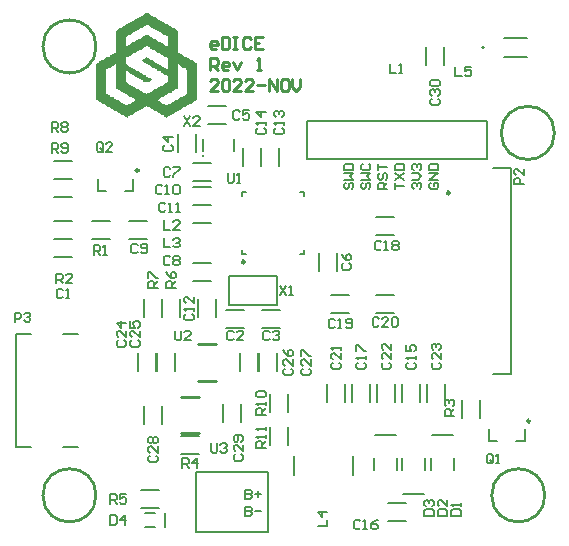
<source format=gto>
G04*
G04 #@! TF.GenerationSoftware,Altium Limited,Altium Designer,22.6.1 (34)*
G04*
G04 Layer_Color=65535*
%FSLAX25Y25*%
%MOIN*%
G70*
G04*
G04 #@! TF.SameCoordinates,3CCE4902-C80F-44A4-85C5-196FD7956E2B*
G04*
G04*
G04 #@! TF.FilePolarity,Positive*
G04*
G01*
G75*
%ADD10C,0.00984*%
%ADD11C,0.01000*%
%ADD12C,0.00787*%
%ADD13C,0.00800*%
%ADD14C,0.00500*%
%ADD15C,0.00591*%
%ADD16C,0.00502*%
%ADD17C,0.00394*%
G36*
X-48869Y85820D02*
X-48347D01*
Y85559D01*
X-47825D01*
Y85297D01*
X-47563D01*
Y85036D01*
X-47041D01*
Y84775D01*
X-46519D01*
Y84514D01*
X-45996D01*
Y84253D01*
X-45735D01*
Y83991D01*
X-45213D01*
Y83730D01*
X-44690D01*
Y83469D01*
X-44168D01*
Y83208D01*
X-43907D01*
Y82947D01*
X-43385D01*
Y82686D01*
X-42862D01*
Y82424D01*
X-42601D01*
Y82163D01*
X-42079D01*
Y81902D01*
X-41556D01*
Y81641D01*
X-41034D01*
Y81380D01*
X-40773D01*
Y81118D01*
X-40250D01*
Y80857D01*
X-39728D01*
Y80596D01*
X-39206D01*
Y80335D01*
X-38944D01*
Y80074D01*
X-38683D01*
Y72760D01*
X-38161D01*
Y72499D01*
X-37900D01*
Y72238D01*
X-37377D01*
Y71977D01*
X-36855D01*
Y71716D01*
X-36594D01*
Y71455D01*
X-36071D01*
Y71193D01*
X-35549D01*
Y70932D01*
X-35027D01*
Y70671D01*
X-34765D01*
Y70410D01*
X-34243D01*
Y70149D01*
X-33721D01*
Y69888D01*
X-33198D01*
Y69626D01*
X-32937D01*
Y69365D01*
X-32415D01*
Y69104D01*
X-32154D01*
Y56828D01*
X-32676D01*
Y56567D01*
X-33198D01*
Y56306D01*
X-33721D01*
Y56045D01*
X-33982D01*
Y55784D01*
X-34504D01*
Y55522D01*
X-35027D01*
Y55261D01*
X-35549D01*
Y55000D01*
X-35810D01*
Y54739D01*
X-36332D01*
Y54478D01*
X-36855D01*
Y54216D01*
X-37116D01*
Y53955D01*
X-37639D01*
Y53694D01*
X-38161D01*
Y53433D01*
X-38683D01*
Y53172D01*
X-38944D01*
Y52911D01*
X-39467D01*
Y52649D01*
X-39989D01*
Y52388D01*
X-40512D01*
Y52127D01*
X-40773D01*
Y51866D01*
X-41295D01*
Y51605D01*
X-41817D01*
Y51343D01*
X-42340D01*
Y51082D01*
X-42601D01*
Y51343D01*
X-43123D01*
Y51605D01*
X-43385D01*
Y51866D01*
X-43907D01*
Y52127D01*
X-44429D01*
Y52388D01*
X-44690D01*
Y52649D01*
X-45213D01*
Y52911D01*
X-45735D01*
Y53172D01*
X-46258D01*
Y53433D01*
X-46519D01*
Y53694D01*
X-47041D01*
Y53955D01*
X-47563D01*
Y54216D01*
X-48086D01*
Y54478D01*
X-48347D01*
Y54739D01*
X-48869D01*
Y55000D01*
X-49131D01*
Y54739D01*
X-49653D01*
Y54478D01*
X-49914D01*
Y54216D01*
X-50437D01*
Y53955D01*
X-50959D01*
Y53694D01*
X-51481D01*
Y53433D01*
X-51742D01*
Y53172D01*
X-52265D01*
Y52911D01*
X-52787D01*
Y52649D01*
X-53310D01*
Y52388D01*
X-53571D01*
Y52127D01*
X-54093D01*
Y51866D01*
X-54615D01*
Y51605D01*
X-55138D01*
Y51343D01*
X-55399D01*
Y51082D01*
X-55660D01*
Y51343D01*
X-56183D01*
Y51605D01*
X-56705D01*
Y51866D01*
X-57227D01*
Y52127D01*
X-57489D01*
Y52388D01*
X-58011D01*
Y52649D01*
X-58533D01*
Y52911D01*
X-59056D01*
Y53172D01*
X-59317D01*
Y53433D01*
X-59839D01*
Y53694D01*
X-60361D01*
Y53955D01*
X-60884D01*
Y54216D01*
X-61145D01*
Y54478D01*
X-61667D01*
Y54739D01*
X-62190D01*
Y55000D01*
X-62451D01*
Y55261D01*
X-62973D01*
Y55522D01*
X-63496D01*
Y55784D01*
X-64018D01*
Y56045D01*
X-64279D01*
Y56306D01*
X-64802D01*
Y56567D01*
X-65324D01*
Y56828D01*
X-65846D01*
Y69104D01*
X-65585D01*
Y69365D01*
X-65063D01*
Y69626D01*
X-64802D01*
Y69888D01*
X-64279D01*
Y70149D01*
X-63757D01*
Y70410D01*
X-63235D01*
Y70671D01*
X-62973D01*
Y70932D01*
X-62451D01*
Y71193D01*
X-61929D01*
Y71455D01*
X-61406D01*
Y71716D01*
X-61145D01*
Y71977D01*
X-60623D01*
Y72238D01*
X-60100D01*
Y72499D01*
X-59839D01*
Y72760D01*
X-59317D01*
Y80074D01*
X-59056D01*
Y80335D01*
X-58533D01*
Y80596D01*
X-58272D01*
Y80857D01*
X-57750D01*
Y81118D01*
X-57227D01*
Y81380D01*
X-56966D01*
Y81641D01*
X-56444D01*
Y81902D01*
X-55921D01*
Y82163D01*
X-55399D01*
Y82424D01*
X-55138D01*
Y82686D01*
X-54615D01*
Y82947D01*
X-54093D01*
Y83208D01*
X-53571D01*
Y83469D01*
X-53310D01*
Y83730D01*
X-52787D01*
Y83991D01*
X-52265D01*
Y84253D01*
X-51742D01*
Y84514D01*
X-51481D01*
Y84775D01*
X-50959D01*
Y85036D01*
X-50437D01*
Y85297D01*
X-49914D01*
Y85559D01*
X-49653D01*
Y85820D01*
X-49131D01*
Y86081D01*
X-48869D01*
Y85820D01*
D02*
G37*
%LPC*%
G36*
X-48347Y81902D02*
X-49392D01*
Y81641D01*
X-49914D01*
Y81380D01*
X-50437D01*
Y81118D01*
X-50698D01*
Y80857D01*
X-51220D01*
Y80596D01*
X-51742D01*
Y80335D01*
X-52265D01*
Y80074D01*
X-52526D01*
Y79813D01*
X-53048D01*
Y79551D01*
X-53571D01*
Y79290D01*
X-54093D01*
Y79029D01*
X-54354D01*
Y78768D01*
X-54877D01*
Y78507D01*
X-55399D01*
Y78245D01*
X-55660D01*
Y77984D01*
X-55921D01*
Y77723D01*
Y77462D01*
Y77201D01*
Y76939D01*
Y76678D01*
Y76417D01*
Y76156D01*
Y75895D01*
Y75634D01*
Y75372D01*
Y75111D01*
Y74850D01*
X-55660D01*
Y75111D01*
X-55138D01*
Y75372D01*
X-54615D01*
Y75634D01*
X-54354D01*
Y75895D01*
X-53832D01*
Y76156D01*
X-53310D01*
Y76417D01*
X-52787D01*
Y76678D01*
X-52526D01*
Y76939D01*
X-52004D01*
Y77201D01*
X-51481D01*
Y77462D01*
X-50959D01*
Y77723D01*
X-50698D01*
Y77984D01*
X-50175D01*
Y78245D01*
X-49653D01*
Y78507D01*
X-49392D01*
Y78768D01*
X-48608D01*
Y78507D01*
X-48347D01*
Y78245D01*
X-47825D01*
Y77984D01*
X-47302D01*
Y77723D01*
X-46780D01*
Y77462D01*
X-46519D01*
Y77201D01*
X-45996D01*
Y76939D01*
X-45474D01*
Y76678D01*
X-45213D01*
Y76417D01*
X-44690D01*
Y76156D01*
X-44168D01*
Y75895D01*
X-43646D01*
Y75634D01*
X-43385D01*
Y75372D01*
X-42862D01*
Y75111D01*
X-42340D01*
Y74850D01*
X-42079D01*
Y75111D01*
Y75372D01*
Y75634D01*
Y75895D01*
Y76156D01*
Y76417D01*
Y76678D01*
Y76939D01*
Y77201D01*
Y77462D01*
Y77723D01*
Y77984D01*
Y78245D01*
X-42601D01*
Y78507D01*
X-43123D01*
Y78768D01*
X-43646D01*
Y79029D01*
X-43907D01*
Y79290D01*
X-44429D01*
Y79551D01*
X-44952D01*
Y79813D01*
X-45213D01*
Y80074D01*
X-45735D01*
Y80335D01*
X-46258D01*
Y80596D01*
X-46780D01*
Y80857D01*
X-47041D01*
Y81118D01*
X-47563D01*
Y81380D01*
X-48086D01*
Y81641D01*
X-48347D01*
Y81902D01*
D02*
G37*
G36*
X-48608Y74850D02*
X-49392D01*
Y74589D01*
X-49914D01*
Y74328D01*
X-50437D01*
Y74067D01*
X-50698D01*
Y73805D01*
X-51220D01*
Y73544D01*
X-51742D01*
Y73283D01*
X-52265D01*
Y73022D01*
X-52526D01*
Y72760D01*
X-53048D01*
Y72499D01*
X-53571D01*
Y72238D01*
X-54093D01*
Y71977D01*
X-54354D01*
Y71716D01*
X-54877D01*
Y71455D01*
X-55399D01*
Y71193D01*
X-55921D01*
Y70932D01*
Y70671D01*
Y70410D01*
Y70149D01*
Y69888D01*
Y69626D01*
Y69365D01*
Y69104D01*
Y68843D01*
X-55660D01*
Y68582D01*
X-55399D01*
Y68320D01*
X-54877D01*
Y68059D01*
X-54354D01*
Y67798D01*
X-54093D01*
Y67537D01*
X-53571D01*
Y67276D01*
X-53048D01*
Y67014D01*
X-52526D01*
Y66753D01*
X-52265D01*
Y66492D01*
X-51742D01*
Y66231D01*
X-51220D01*
Y65970D01*
X-50698D01*
Y65709D01*
X-50437D01*
Y65447D01*
X-49914D01*
Y65186D01*
X-49392D01*
Y64925D01*
X-49131D01*
Y64664D01*
X-48608D01*
Y64403D01*
X-48086D01*
Y64141D01*
X-47563D01*
Y63880D01*
X-47302D01*
Y63619D01*
X-47563D01*
Y63358D01*
X-48086D01*
Y63097D01*
X-48608D01*
Y62836D01*
X-49653D01*
Y63097D01*
X-50175D01*
Y63358D01*
X-50437D01*
Y63619D01*
X-50959D01*
Y63880D01*
X-51481D01*
Y64141D01*
X-51742D01*
Y64403D01*
X-52265D01*
Y64664D01*
X-52787D01*
Y64925D01*
X-53310D01*
Y65186D01*
X-53571D01*
Y65447D01*
X-54093D01*
Y65709D01*
X-54615D01*
Y65970D01*
X-54877D01*
Y66231D01*
X-55399D01*
Y66492D01*
X-55921D01*
Y66231D01*
Y65970D01*
Y65709D01*
Y65447D01*
Y65186D01*
Y64925D01*
Y64664D01*
Y64403D01*
Y64141D01*
Y63880D01*
Y63619D01*
Y63358D01*
Y63097D01*
Y62836D01*
X-55660D01*
Y62574D01*
X-55138D01*
Y62313D01*
X-54877D01*
Y62052D01*
X-54354D01*
Y61791D01*
X-53832D01*
Y61530D01*
X-53571D01*
Y61268D01*
X-53048D01*
Y61007D01*
X-52526D01*
Y60746D01*
X-52004D01*
Y60485D01*
X-51742D01*
Y60224D01*
X-51220D01*
Y59962D01*
X-50698D01*
Y59701D01*
X-50437D01*
Y59440D01*
X-49914D01*
Y59179D01*
X-49392D01*
Y58918D01*
X-48869D01*
Y59179D01*
X-48347D01*
Y59440D01*
X-47825D01*
Y59701D01*
X-47302D01*
Y59962D01*
X-47041D01*
Y60224D01*
X-46519D01*
Y60485D01*
X-45996D01*
Y60746D01*
X-45474D01*
Y61007D01*
X-45213D01*
Y61268D01*
X-44690D01*
Y61530D01*
X-44168D01*
Y61791D01*
X-43646D01*
Y62052D01*
X-43385D01*
Y62313D01*
X-42862D01*
Y62574D01*
X-42340D01*
Y62836D01*
X-42079D01*
Y63097D01*
Y63358D01*
Y63619D01*
Y63880D01*
Y64141D01*
Y64403D01*
Y64664D01*
Y64925D01*
X-42340D01*
Y65186D01*
X-42601D01*
Y65447D01*
X-43123D01*
Y65709D01*
X-43646D01*
Y65970D01*
X-44168D01*
Y66231D01*
X-44429D01*
Y66492D01*
X-44952D01*
Y66753D01*
X-45474D01*
Y67014D01*
X-45735D01*
Y67276D01*
X-46258D01*
Y67537D01*
X-46780D01*
Y67798D01*
X-47302D01*
Y68059D01*
X-47563D01*
Y68320D01*
X-48086D01*
Y68582D01*
X-48608D01*
Y68843D01*
X-49131D01*
Y69104D01*
X-49392D01*
Y69365D01*
X-49914D01*
Y69626D01*
X-50437D01*
Y69888D01*
X-50698D01*
Y70149D01*
Y70410D01*
X-50175D01*
Y70671D01*
X-49653D01*
Y70932D01*
X-49131D01*
Y71193D01*
X-48869D01*
Y70932D01*
X-48347D01*
Y70671D01*
X-48086D01*
Y70410D01*
X-47563D01*
Y70149D01*
X-47041D01*
Y69888D01*
X-46519D01*
Y69626D01*
X-46258D01*
Y69365D01*
X-45735D01*
Y69104D01*
X-45213D01*
Y68843D01*
X-44952D01*
Y68582D01*
X-44429D01*
Y68320D01*
X-43907D01*
Y68059D01*
X-43385D01*
Y67798D01*
X-43123D01*
Y67537D01*
X-42601D01*
Y67276D01*
X-42079D01*
Y67537D01*
Y67798D01*
Y68059D01*
Y68320D01*
Y68582D01*
Y68843D01*
Y69104D01*
Y69365D01*
Y69626D01*
Y69888D01*
Y70149D01*
Y70410D01*
Y70671D01*
Y70932D01*
X-42340D01*
Y71193D01*
X-42862D01*
Y71455D01*
X-43123D01*
Y71716D01*
X-43646D01*
Y71977D01*
X-44168D01*
Y72238D01*
X-44690D01*
Y72499D01*
X-44952D01*
Y72760D01*
X-45474D01*
Y73022D01*
X-45996D01*
Y73283D01*
X-46258D01*
Y73544D01*
X-46780D01*
Y73805D01*
X-47302D01*
Y74067D01*
X-47825D01*
Y74328D01*
X-48086D01*
Y74589D01*
X-48608D01*
Y74850D01*
D02*
G37*
G36*
X-38422Y68843D02*
X-38683D01*
Y68582D01*
Y68320D01*
Y68059D01*
Y67798D01*
Y67537D01*
Y67276D01*
Y67014D01*
Y66753D01*
Y66492D01*
Y66231D01*
Y65970D01*
Y65709D01*
Y65447D01*
Y65186D01*
Y64925D01*
Y64664D01*
Y64403D01*
Y64141D01*
Y63880D01*
Y63619D01*
Y63358D01*
Y63097D01*
Y62836D01*
Y62574D01*
Y62313D01*
Y62052D01*
Y61791D01*
Y61530D01*
Y61268D01*
Y61007D01*
Y60746D01*
X-39206D01*
Y60485D01*
X-39467D01*
Y60224D01*
X-39989D01*
Y59962D01*
X-40512D01*
Y59701D01*
X-40773D01*
Y59440D01*
X-41295D01*
Y59179D01*
X-41817D01*
Y58918D01*
X-42340D01*
Y58657D01*
X-42862D01*
Y58395D01*
X-43123D01*
Y58134D01*
X-43646D01*
Y57873D01*
X-44168D01*
Y57612D01*
X-44690D01*
Y57351D01*
X-44952D01*
Y57090D01*
X-45474D01*
Y56828D01*
X-45213D01*
Y56567D01*
X-44690D01*
Y56306D01*
X-44168D01*
Y56045D01*
X-43907D01*
Y55784D01*
X-43385D01*
Y55522D01*
X-42862D01*
Y55261D01*
X-41817D01*
Y55522D01*
X-41556D01*
Y55784D01*
X-41034D01*
Y56045D01*
X-40512D01*
Y56306D01*
X-39989D01*
Y56567D01*
X-39728D01*
Y56828D01*
X-39206D01*
Y57090D01*
X-38683D01*
Y57351D01*
X-38161D01*
Y57612D01*
X-37900D01*
Y57873D01*
X-37377D01*
Y58134D01*
X-36855D01*
Y58395D01*
X-36332D01*
Y58657D01*
X-36071D01*
Y58918D01*
X-35549D01*
Y59179D01*
Y59440D01*
Y59701D01*
Y59962D01*
Y60224D01*
Y60485D01*
Y60746D01*
Y61007D01*
Y61268D01*
Y61530D01*
Y61791D01*
Y62052D01*
Y62313D01*
Y62574D01*
Y62836D01*
Y63097D01*
Y63358D01*
Y63619D01*
Y63880D01*
Y64141D01*
Y64403D01*
Y64664D01*
Y64925D01*
Y65186D01*
Y65447D01*
Y65709D01*
Y65970D01*
Y66231D01*
Y66492D01*
Y66753D01*
Y67014D01*
X-35810D01*
Y67276D01*
X-36071D01*
Y67537D01*
X-36594D01*
Y67798D01*
X-37116D01*
Y68059D01*
X-37639D01*
Y68320D01*
X-37900D01*
Y68582D01*
X-38422D01*
Y68843D01*
D02*
G37*
G36*
X-59317D02*
X-59578D01*
Y68582D01*
X-60100D01*
Y68320D01*
X-60623D01*
Y68059D01*
X-60884D01*
Y67798D01*
X-61406D01*
Y67537D01*
X-61929D01*
Y67276D01*
X-62451D01*
Y67014D01*
Y66753D01*
Y66492D01*
Y66231D01*
Y65970D01*
Y65709D01*
Y65447D01*
Y65186D01*
Y64925D01*
Y64664D01*
Y64403D01*
Y64141D01*
Y63880D01*
Y63619D01*
Y63358D01*
Y63097D01*
Y62836D01*
Y62574D01*
Y62313D01*
Y62052D01*
Y61791D01*
Y61530D01*
Y61268D01*
Y61007D01*
Y60746D01*
Y60485D01*
Y60224D01*
Y59962D01*
Y59701D01*
Y59440D01*
Y59179D01*
Y58918D01*
X-61929D01*
Y58657D01*
X-61406D01*
Y58395D01*
X-61145D01*
Y58134D01*
X-60623D01*
Y57873D01*
X-60100D01*
Y57612D01*
X-59839D01*
Y57351D01*
X-59317D01*
Y57090D01*
X-58794D01*
Y56828D01*
X-58272D01*
Y56567D01*
X-58011D01*
Y56306D01*
X-57489D01*
Y56045D01*
X-56966D01*
Y55784D01*
X-56444D01*
Y55522D01*
X-56183D01*
Y55261D01*
X-55138D01*
Y55522D01*
X-54615D01*
Y55784D01*
X-54354D01*
Y56045D01*
X-53832D01*
Y56306D01*
X-53310D01*
Y56567D01*
X-52787D01*
Y56828D01*
X-52526D01*
Y57090D01*
X-53048D01*
Y57351D01*
X-53310D01*
Y57612D01*
X-53832D01*
Y57873D01*
X-54354D01*
Y58134D01*
X-54877D01*
Y58395D01*
X-55138D01*
Y58657D01*
X-55660D01*
Y58918D01*
X-56183D01*
Y59179D01*
X-56705D01*
Y59440D01*
X-56966D01*
Y59701D01*
X-57489D01*
Y59962D01*
X-58011D01*
Y60224D01*
X-58533D01*
Y60485D01*
X-58794D01*
Y60746D01*
X-59317D01*
Y61007D01*
Y61268D01*
Y61530D01*
Y61791D01*
Y62052D01*
Y62313D01*
Y62574D01*
Y62836D01*
Y63097D01*
Y63358D01*
Y63619D01*
Y63880D01*
Y64141D01*
Y64403D01*
Y64664D01*
Y64925D01*
Y65186D01*
Y65447D01*
Y65709D01*
Y65970D01*
Y66231D01*
Y66492D01*
Y66753D01*
Y67014D01*
Y67276D01*
Y67537D01*
Y67798D01*
Y68059D01*
Y68320D01*
Y68582D01*
Y68843D01*
D02*
G37*
%LPD*%
D10*
X-51724Y33437D02*
G03*
X-51724Y33437I-492J0D01*
G01*
X78776Y-50063D02*
G03*
X78776Y-50063I-492J0D01*
G01*
X-16350Y3008D02*
G03*
X-16350Y3008I-492J0D01*
G01*
X-26048Y74080D02*
X-27360D01*
X-28016Y74736D01*
Y76048D01*
X-27360Y76704D01*
X-26048D01*
X-25392Y76048D01*
Y75392D01*
X-28016D01*
X-24080Y78016D02*
Y74080D01*
X-22112D01*
X-21456Y74736D01*
Y77360D01*
X-22112Y78016D01*
X-24080D01*
X-20144D02*
X-18832D01*
X-19488D01*
Y74080D01*
X-20144D01*
X-18832D01*
X-14241Y77360D02*
X-14897Y78016D01*
X-16208D01*
X-16864Y77360D01*
Y74736D01*
X-16208Y74080D01*
X-14897D01*
X-14241Y74736D01*
X-10305Y78016D02*
X-12929D01*
Y74080D01*
X-10305D01*
X-12929Y76048D02*
X-11617D01*
X-28016Y66995D02*
Y70931D01*
X-26048D01*
X-25392Y70275D01*
Y68963D01*
X-26048Y68307D01*
X-28016D01*
X-26704D02*
X-25392Y66995D01*
X-22112D02*
X-23424D01*
X-24080Y67651D01*
Y68963D01*
X-23424Y69619D01*
X-22112D01*
X-21456Y68963D01*
Y68307D01*
X-24080D01*
X-20144Y69619D02*
X-18832Y66995D01*
X-17521Y69619D01*
X-12273Y66995D02*
X-10961D01*
X-11617D01*
Y70931D01*
X-12273Y70275D01*
X-25392Y59910D02*
X-28016D01*
X-25392Y62534D01*
Y63190D01*
X-26048Y63846D01*
X-27360D01*
X-28016Y63190D01*
X-24080D02*
X-23424Y63846D01*
X-22112D01*
X-21456Y63190D01*
Y60566D01*
X-22112Y59910D01*
X-23424D01*
X-24080Y60566D01*
Y63190D01*
X-17521Y59910D02*
X-20144D01*
X-17521Y62534D01*
Y63190D01*
X-18176Y63846D01*
X-19488D01*
X-20144Y63190D01*
X-13585Y59910D02*
X-16208D01*
X-13585Y62534D01*
Y63190D01*
X-14241Y63846D01*
X-15553D01*
X-16208Y63190D01*
X-12273Y61878D02*
X-9649D01*
X-8337Y59910D02*
Y63846D01*
X-5713Y59910D01*
Y63846D01*
X-2433D02*
X-3745D01*
X-4401Y63190D01*
Y60566D01*
X-3745Y59910D01*
X-2433D01*
X-1777Y60566D01*
Y63190D01*
X-2433Y63846D01*
X-466D02*
Y61222D01*
X846Y59910D01*
X2158Y61222D01*
Y63846D01*
D11*
X86858Y46000D02*
G03*
X86858Y46000I-8858J0D01*
G01*
X83661Y-74803D02*
G03*
X83661Y-74803I-8858J0D01*
G01*
X-65945D02*
G03*
X-65945Y-74803I-8858J0D01*
G01*
Y74803D02*
G03*
X-65945Y74803I-8858J0D01*
G01*
X52000Y26000D02*
G03*
X52000Y26000I-500J0D01*
G01*
X-32000Y-24400D02*
X-25900D01*
X-32000Y-36600D02*
X-25900D01*
X-37600Y-54100D02*
X-31500D01*
X-37600Y-41900D02*
X-31500D01*
D12*
X63370Y74500D02*
G03*
X63370Y74500I-394J0D01*
G01*
X-53594Y26744D02*
Y30681D01*
X-56350Y26744D02*
X-53594D01*
X-65405D02*
Y30681D01*
Y26744D02*
X-62650D01*
X76906Y-56756D02*
Y-52819D01*
X74150Y-56756D02*
X76906D01*
X65095D02*
Y-52819D01*
Y-56756D02*
X67850D01*
X4500Y37201D02*
Y50000D01*
Y37201D02*
X64500D01*
Y50000D01*
X4500D02*
X64500D01*
X3433Y5567D02*
Y7043D01*
X1957Y5567D02*
X3433D01*
Y24957D02*
Y26433D01*
X1957D02*
X3433D01*
X-17433D02*
X-15957D01*
X-17433Y24957D02*
Y26433D01*
Y5567D02*
Y7043D01*
Y5567D02*
X-15957D01*
X158Y-68119D02*
Y-61820D01*
X19842Y-68140D02*
Y-61841D01*
X-49575Y-80638D02*
X-46425D01*
X-49575Y-85362D02*
X-46425D01*
X-42790Y-85364D02*
Y-80640D01*
X-76988Y-58858D02*
X-72067D01*
X-76988Y-21142D02*
X-72067D01*
X-92736Y-58858D02*
X-87697D01*
X-92736D02*
Y-21142D01*
X-87697D01*
X-32527Y-86961D02*
X-8500D01*
X-32527D02*
Y-67000D01*
X-8500Y-86961D02*
Y-67000D01*
X-32527D02*
X-8500D01*
X45957Y-54658D02*
X53043D01*
X45661Y-66500D02*
Y-62500D01*
X53339Y-66500D02*
Y-62500D01*
X36457Y-74343D02*
X43543D01*
X43839Y-66500D02*
Y-62500D01*
X36161Y-66500D02*
Y-62500D01*
X26957Y-54658D02*
X34043D01*
X26661Y-66500D02*
Y-62500D01*
X34339Y-66500D02*
Y-62500D01*
X17248Y29401D02*
X16724Y28876D01*
Y27827D01*
X17248Y27302D01*
X17773D01*
X18298Y27827D01*
Y28876D01*
X18823Y29401D01*
X19347D01*
X19872Y28876D01*
Y27827D01*
X19347Y27302D01*
X16724Y30450D02*
X19872D01*
X18823Y31500D01*
X19872Y32550D01*
X16724D01*
Y33599D02*
X19872D01*
Y35173D01*
X19347Y35698D01*
X17248D01*
X16724Y35173D01*
Y33599D01*
X22917Y29401D02*
X22392Y28876D01*
Y27827D01*
X22917Y27302D01*
X23441D01*
X23966Y27827D01*
Y28876D01*
X24491Y29401D01*
X25016D01*
X25540Y28876D01*
Y27827D01*
X25016Y27302D01*
X22392Y30450D02*
X25540D01*
X24491Y31500D01*
X25540Y32550D01*
X22392D01*
X22917Y35698D02*
X22392Y35173D01*
Y34124D01*
X22917Y33599D01*
X25016D01*
X25540Y34124D01*
Y35173D01*
X25016Y35698D01*
X31208Y27302D02*
X28060D01*
Y28876D01*
X28585Y29401D01*
X29634D01*
X30159Y28876D01*
Y27302D01*
Y28351D02*
X31208Y29401D01*
X28585Y32550D02*
X28060Y32025D01*
Y30975D01*
X28585Y30450D01*
X29109D01*
X29634Y30975D01*
Y32025D01*
X30159Y32550D01*
X30684D01*
X31208Y32025D01*
Y30975D01*
X30684Y30450D01*
X28060Y33599D02*
Y35698D01*
Y34649D01*
X31208D01*
X33728Y27302D02*
Y29401D01*
Y28351D01*
X36876D01*
X33728Y30450D02*
X36876Y32550D01*
X33728D02*
X36876Y30450D01*
X33728Y33599D02*
X36876D01*
Y35173D01*
X36352Y35698D01*
X34253D01*
X33728Y35173D01*
Y33599D01*
X39921Y27302D02*
X39396Y27827D01*
Y28876D01*
X39921Y29401D01*
X40446D01*
X40970Y28876D01*
Y28351D01*
Y28876D01*
X41495Y29401D01*
X42020D01*
X42544Y28876D01*
Y27827D01*
X42020Y27302D01*
X39396Y30450D02*
X41495D01*
X42544Y31500D01*
X41495Y32550D01*
X39396D01*
X39921Y33599D02*
X39396Y34124D01*
Y35173D01*
X39921Y35698D01*
X40446D01*
X40970Y35173D01*
Y34649D01*
Y35173D01*
X41495Y35698D01*
X42020D01*
X42544Y35173D01*
Y34124D01*
X42020Y33599D01*
X45589Y29401D02*
X45064Y28876D01*
Y27827D01*
X45589Y27302D01*
X47688D01*
X48213Y27827D01*
Y28876D01*
X47688Y29401D01*
X46638D01*
Y28351D01*
X48213Y30450D02*
X45064D01*
X48213Y32550D01*
X45064D01*
Y33599D02*
X48213D01*
Y35173D01*
X47688Y35698D01*
X45589D01*
X45064Y35173D01*
Y33599D01*
X-16124Y-72896D02*
Y-76044D01*
X-14549D01*
X-14025Y-75520D01*
Y-74995D01*
X-14549Y-74470D01*
X-16124D01*
X-14549D01*
X-14025Y-73945D01*
Y-73421D01*
X-14549Y-72896D01*
X-16124D01*
X-12975Y-74470D02*
X-10876D01*
X-11926Y-73421D02*
Y-75520D01*
X-16124Y-78564D02*
Y-81713D01*
X-14549D01*
X-14025Y-81188D01*
Y-80663D01*
X-14549Y-80138D01*
X-16124D01*
X-14549D01*
X-14025Y-79614D01*
Y-79089D01*
X-14549Y-78564D01*
X-16124D01*
X-12975Y-80138D02*
X-10876D01*
X-9426Y-58911D02*
X-12574D01*
Y-57337D01*
X-12049Y-56812D01*
X-11000D01*
X-10475Y-57337D01*
Y-58911D01*
Y-57861D02*
X-9426Y-56812D01*
Y-55762D02*
Y-54713D01*
Y-55238D01*
X-12574D01*
X-12049Y-55762D01*
X-9426Y-53139D02*
Y-52089D01*
Y-52614D01*
X-12574D01*
X-12049Y-53139D01*
X-9426Y-47936D02*
X-12574D01*
Y-46361D01*
X-12049Y-45837D01*
X-11000D01*
X-10475Y-46361D01*
Y-47936D01*
Y-46886D02*
X-9426Y-45837D01*
Y-44787D02*
Y-43738D01*
Y-44262D01*
X-12574D01*
X-12049Y-44787D01*
Y-42163D02*
X-12574Y-41638D01*
Y-40589D01*
X-12049Y-40064D01*
X-9950D01*
X-9426Y-40589D01*
Y-41638D01*
X-9950Y-42163D01*
X-12049D01*
X53876Y68074D02*
Y64926D01*
X55975D01*
X59124Y68074D02*
X57025D01*
Y66500D01*
X58074Y67025D01*
X58599D01*
X59124Y66500D01*
Y65451D01*
X58599Y64926D01*
X57550D01*
X57025Y65451D01*
X45950Y57401D02*
X45426Y56876D01*
Y55827D01*
X45950Y55302D01*
X48050D01*
X48574Y55827D01*
Y56876D01*
X48050Y57401D01*
X45950Y58451D02*
X45426Y58975D01*
Y60025D01*
X45950Y60549D01*
X46475D01*
X47000Y60025D01*
Y59500D01*
Y60025D01*
X47525Y60549D01*
X48050D01*
X48574Y60025D01*
Y58975D01*
X48050Y58451D01*
X45950Y61599D02*
X45426Y62124D01*
Y63173D01*
X45950Y63698D01*
X48050D01*
X48574Y63173D01*
Y62124D01*
X48050Y61599D01*
X45950D01*
X-93031Y-17031D02*
Y-13882D01*
X-91456D01*
X-90932Y-14407D01*
Y-15456D01*
X-91456Y-15981D01*
X-93031D01*
X-89882Y-14407D02*
X-89357Y-13882D01*
X-88308D01*
X-87783Y-14407D01*
Y-14932D01*
X-88308Y-15456D01*
X-88833D01*
X-88308D01*
X-87783Y-15981D01*
Y-16506D01*
X-88308Y-17031D01*
X-89357D01*
X-89882Y-16506D01*
X-80624Y39426D02*
Y42574D01*
X-79049D01*
X-78525Y42050D01*
Y41000D01*
X-79049Y40475D01*
X-80624D01*
X-79574D02*
X-78525Y39426D01*
X-77475Y39950D02*
X-76951Y39426D01*
X-75901D01*
X-75376Y39950D01*
Y42050D01*
X-75901Y42574D01*
X-76951D01*
X-77475Y42050D01*
Y41525D01*
X-76951Y41000D01*
X-75376D01*
X-80624Y46426D02*
Y49574D01*
X-79049D01*
X-78525Y49049D01*
Y48000D01*
X-79049Y47475D01*
X-80624D01*
X-79574D02*
X-78525Y46426D01*
X-77475Y49049D02*
X-76951Y49574D01*
X-75901D01*
X-75376Y49049D01*
Y48525D01*
X-75901Y48000D01*
X-75376Y47475D01*
Y46951D01*
X-75901Y46426D01*
X-76951D01*
X-77475Y46951D01*
Y47475D01*
X-76951Y48000D01*
X-77475Y48525D01*
Y49049D01*
X-76951Y48000D02*
X-75901D01*
X-63632Y40294D02*
Y42393D01*
X-64156Y42918D01*
X-65206D01*
X-65731Y42393D01*
Y40294D01*
X-65206Y39769D01*
X-64156D01*
X-64681Y40819D02*
X-63632Y39769D01*
X-64156D02*
X-63632Y40294D01*
X-60483Y39769D02*
X-62582D01*
X-60483Y41868D01*
Y42393D01*
X-61008Y42918D01*
X-62057D01*
X-62582Y42393D01*
X-22099Y32574D02*
Y29950D01*
X-21574Y29426D01*
X-20525D01*
X-20000Y29950D01*
Y32574D01*
X-18950Y29426D02*
X-17901D01*
X-18426D01*
Y32574D01*
X-18950Y32050D01*
X-36624Y51574D02*
X-34525Y48426D01*
Y51574D02*
X-36624Y48426D01*
X-31376D02*
X-33475D01*
X-31376Y50525D01*
Y51050D01*
X-31901Y51574D01*
X-32950D01*
X-33475Y51050D01*
X-4599Y-4926D02*
X-2500Y-8074D01*
Y-4926D02*
X-4599Y-8074D01*
X-1450D02*
X-401D01*
X-926D01*
Y-4926D01*
X-1450Y-5451D01*
X-27624Y-57426D02*
Y-60049D01*
X-27099Y-60574D01*
X-26050D01*
X-25525Y-60049D01*
Y-57426D01*
X-24475Y-57951D02*
X-23950Y-57426D01*
X-22901D01*
X-22376Y-57951D01*
Y-58475D01*
X-22901Y-59000D01*
X-23426D01*
X-22901D01*
X-22376Y-59525D01*
Y-60049D01*
X-22901Y-60574D01*
X-23950D01*
X-24475Y-60049D01*
X-39624Y-19926D02*
Y-22549D01*
X-39099Y-23074D01*
X-38050D01*
X-37525Y-22549D01*
Y-19926D01*
X-34376Y-23074D02*
X-36475D01*
X-34376Y-20975D01*
Y-20450D01*
X-34901Y-19926D01*
X-35950D01*
X-36475Y-20450D01*
X-45426Y-5624D02*
X-48574D01*
Y-4050D01*
X-48050Y-3525D01*
X-47000D01*
X-46475Y-4050D01*
Y-5624D01*
Y-4574D02*
X-45426Y-3525D01*
X-48574Y-2475D02*
Y-376D01*
X-48050D01*
X-45950Y-2475D01*
X-45426D01*
X-39426Y-5624D02*
X-42574D01*
Y-4050D01*
X-42050Y-3525D01*
X-41000D01*
X-40475Y-4050D01*
Y-5624D01*
Y-4574D02*
X-39426Y-3525D01*
X-42574Y-376D02*
X-42050Y-1426D01*
X-41000Y-2475D01*
X-39950D01*
X-39426Y-1950D01*
Y-901D01*
X-39950Y-376D01*
X-40475D01*
X-41000Y-901D01*
Y-2475D01*
X-61124Y-77574D02*
Y-74426D01*
X-59549D01*
X-59025Y-74950D01*
Y-76000D01*
X-59549Y-76525D01*
X-61124D01*
X-60074D02*
X-59025Y-77574D01*
X-55876Y-74426D02*
X-57975D01*
Y-76000D01*
X-56926Y-75475D01*
X-56401D01*
X-55876Y-76000D01*
Y-77049D01*
X-56401Y-77574D01*
X-57450D01*
X-57975Y-77049D01*
X-37124Y-65574D02*
Y-62426D01*
X-35550D01*
X-35025Y-62950D01*
Y-64000D01*
X-35550Y-64525D01*
X-37124D01*
X-36074D02*
X-35025Y-65574D01*
X-32401D02*
Y-62426D01*
X-33975Y-64000D01*
X-31876D01*
X-79124Y-4074D02*
Y-926D01*
X-77549D01*
X-77025Y-1450D01*
Y-2500D01*
X-77549Y-3025D01*
X-79124D01*
X-78074D02*
X-77025Y-4074D01*
X-73876D02*
X-75975D01*
X-73876Y-1975D01*
Y-1450D01*
X-74401Y-926D01*
X-75450D01*
X-75975Y-1450D01*
X-66599Y5426D02*
Y8574D01*
X-65025D01*
X-64500Y8049D01*
Y7000D01*
X-65025Y6475D01*
X-66599D01*
X-65549D02*
X-64500Y5426D01*
X-63450D02*
X-62401D01*
X-62926D01*
Y8574D01*
X-63450Y8049D01*
X-43312Y10974D02*
Y7826D01*
X-41213D01*
X-40163Y10449D02*
X-39639Y10974D01*
X-38589D01*
X-38064Y10449D01*
Y9925D01*
X-38589Y9400D01*
X-39114D01*
X-38589D01*
X-38064Y8875D01*
Y8350D01*
X-38589Y7826D01*
X-39639D01*
X-40163Y8350D01*
X-43312Y16874D02*
Y13726D01*
X-41213D01*
X-38064D02*
X-40163D01*
X-38064Y15825D01*
Y16350D01*
X-38589Y16874D01*
X-39639D01*
X-40163Y16350D01*
X31901Y69074D02*
Y65926D01*
X34000D01*
X35050D02*
X36099D01*
X35574D01*
Y69074D01*
X35050Y68550D01*
X-61124Y-81426D02*
Y-84574D01*
X-59549D01*
X-59025Y-84049D01*
Y-81950D01*
X-59549Y-81426D01*
X-61124D01*
X-56401Y-84574D02*
Y-81426D01*
X-57975Y-83000D01*
X-55876D01*
X-19549Y-61099D02*
X-20074Y-61624D01*
Y-62673D01*
X-19549Y-63198D01*
X-17450D01*
X-16926Y-62673D01*
Y-61624D01*
X-17450Y-61099D01*
X-16926Y-57951D02*
Y-60049D01*
X-19025Y-57951D01*
X-19549D01*
X-20074Y-58475D01*
Y-59525D01*
X-19549Y-60049D01*
X-17450Y-56901D02*
X-16926Y-56376D01*
Y-55327D01*
X-17450Y-54802D01*
X-19549D01*
X-20074Y-55327D01*
Y-56376D01*
X-19549Y-56901D01*
X-19025D01*
X-18500Y-56376D01*
Y-54802D01*
X-48050Y-61599D02*
X-48574Y-62124D01*
Y-63173D01*
X-48050Y-63698D01*
X-45950D01*
X-45426Y-63173D01*
Y-62124D01*
X-45950Y-61599D01*
X-45426Y-58451D02*
Y-60549D01*
X-47525Y-58451D01*
X-48050D01*
X-48574Y-58975D01*
Y-60025D01*
X-48050Y-60549D01*
Y-57401D02*
X-48574Y-56876D01*
Y-55827D01*
X-48050Y-55302D01*
X-47525D01*
X-47000Y-55827D01*
X-46475Y-55302D01*
X-45950D01*
X-45426Y-55827D01*
Y-56876D01*
X-45950Y-57401D01*
X-46475D01*
X-47000Y-56876D01*
X-47525Y-57401D01*
X-48050D01*
X-47000Y-56876D02*
Y-55827D01*
X2950Y-32599D02*
X2426Y-33124D01*
Y-34173D01*
X2950Y-34698D01*
X5049D01*
X5574Y-34173D01*
Y-33124D01*
X5049Y-32599D01*
X5574Y-29451D02*
Y-31550D01*
X3475Y-29451D01*
X2950D01*
X2426Y-29975D01*
Y-31025D01*
X2950Y-31550D01*
X2426Y-28401D02*
Y-26302D01*
X2950D01*
X5049Y-28401D01*
X5574D01*
X-3049Y-32599D02*
X-3574Y-33124D01*
Y-34173D01*
X-3049Y-34698D01*
X-950D01*
X-426Y-34173D01*
Y-33124D01*
X-950Y-32599D01*
X-426Y-29451D02*
Y-31550D01*
X-2525Y-29451D01*
X-3049D01*
X-3574Y-29975D01*
Y-31025D01*
X-3049Y-31550D01*
X-3574Y-26302D02*
X-3049Y-27351D01*
X-2000Y-28401D01*
X-950D01*
X-426Y-27876D01*
Y-26827D01*
X-950Y-26302D01*
X-1475D01*
X-2000Y-26827D01*
Y-28401D01*
X-54049Y-23099D02*
X-54574Y-23624D01*
Y-24673D01*
X-54049Y-25198D01*
X-51951D01*
X-51426Y-24673D01*
Y-23624D01*
X-51951Y-23099D01*
X-51426Y-19951D02*
Y-22050D01*
X-53525Y-19951D01*
X-54049D01*
X-54574Y-20475D01*
Y-21525D01*
X-54049Y-22050D01*
X-54574Y-16802D02*
Y-18901D01*
X-53000D01*
X-53525Y-17851D01*
Y-17327D01*
X-53000Y-16802D01*
X-51951D01*
X-51426Y-17327D01*
Y-18376D01*
X-51951Y-18901D01*
X-58549Y-23099D02*
X-59074Y-23624D01*
Y-24673D01*
X-58549Y-25198D01*
X-56450D01*
X-55926Y-24673D01*
Y-23624D01*
X-56450Y-23099D01*
X-55926Y-19951D02*
Y-22050D01*
X-58025Y-19951D01*
X-58549D01*
X-59074Y-20475D01*
Y-21525D01*
X-58549Y-22050D01*
X-55926Y-17327D02*
X-59074D01*
X-57500Y-18901D01*
Y-16802D01*
X-12049Y47663D02*
X-12574Y47139D01*
Y46089D01*
X-12049Y45564D01*
X-9950D01*
X-9426Y46089D01*
Y47139D01*
X-9950Y47663D01*
X-9426Y48713D02*
Y49762D01*
Y49238D01*
X-12574D01*
X-12049Y48713D01*
X-9426Y52911D02*
X-12574D01*
X-11000Y51337D01*
Y53436D01*
X-6050Y47663D02*
X-6574Y47139D01*
Y46089D01*
X-6050Y45564D01*
X-3951D01*
X-3426Y46089D01*
Y47139D01*
X-3951Y47663D01*
X-3426Y48713D02*
Y49762D01*
Y49238D01*
X-6574D01*
X-6050Y48713D01*
Y51337D02*
X-6574Y51862D01*
Y52911D01*
X-6050Y53436D01*
X-5525D01*
X-5000Y52911D01*
Y52386D01*
Y52911D01*
X-4475Y53436D01*
X-3951D01*
X-3426Y52911D01*
Y51862D01*
X-3951Y51337D01*
X-36050Y-14337D02*
X-36574Y-14861D01*
Y-15911D01*
X-36050Y-16436D01*
X-33950D01*
X-33426Y-15911D01*
Y-14861D01*
X-33950Y-14337D01*
X-33426Y-13287D02*
Y-12238D01*
Y-12762D01*
X-36574D01*
X-36050Y-13287D01*
X-33426Y-8564D02*
Y-10663D01*
X-35525Y-8564D01*
X-36050D01*
X-36574Y-9089D01*
Y-10138D01*
X-36050Y-10663D01*
X-42787Y22250D02*
X-43312Y22774D01*
X-44361D01*
X-44886Y22250D01*
Y20151D01*
X-44361Y19626D01*
X-43312D01*
X-42787Y20151D01*
X-41738Y19626D02*
X-40688D01*
X-41213D01*
Y22774D01*
X-41738Y22250D01*
X-39114Y19626D02*
X-38064D01*
X-38589D01*
Y22774D01*
X-39114Y22250D01*
X-43837Y28150D02*
X-44361Y28674D01*
X-45411D01*
X-45936Y28150D01*
Y26050D01*
X-45411Y25526D01*
X-44361D01*
X-43837Y26050D01*
X-42787Y25526D02*
X-41738D01*
X-42262D01*
Y28674D01*
X-42787Y28150D01*
X-40163D02*
X-39639Y28674D01*
X-38589D01*
X-38064Y28150D01*
Y26050D01*
X-38589Y25526D01*
X-39639D01*
X-40163Y26050D01*
Y28150D01*
X-52025Y8550D02*
X-52549Y9074D01*
X-53599D01*
X-54124Y8550D01*
Y6451D01*
X-53599Y5926D01*
X-52549D01*
X-52025Y6451D01*
X-50975D02*
X-50450Y5926D01*
X-49401D01*
X-48876Y6451D01*
Y8550D01*
X-49401Y9074D01*
X-50450D01*
X-50975Y8550D01*
Y8025D01*
X-50450Y7500D01*
X-48876D01*
X-41213Y4549D02*
X-41738Y5074D01*
X-42787D01*
X-43312Y4549D01*
Y2451D01*
X-42787Y1926D01*
X-41738D01*
X-41213Y2451D01*
X-40163Y4549D02*
X-39639Y5074D01*
X-38589D01*
X-38064Y4549D01*
Y4025D01*
X-38589Y3500D01*
X-38064Y2975D01*
Y2451D01*
X-38589Y1926D01*
X-39639D01*
X-40163Y2451D01*
Y2975D01*
X-39639Y3500D01*
X-40163Y4025D01*
Y4549D01*
X-39639Y3500D02*
X-38589D01*
X-41213Y34049D02*
X-41738Y34574D01*
X-42787D01*
X-43312Y34049D01*
Y31951D01*
X-42787Y31426D01*
X-41738D01*
X-41213Y31951D01*
X-40163Y34574D02*
X-38064D01*
Y34049D01*
X-40163Y31951D01*
Y31426D01*
X16451Y2475D02*
X15926Y1950D01*
Y901D01*
X16451Y376D01*
X18550D01*
X19074Y901D01*
Y1950D01*
X18550Y2475D01*
X15926Y5624D02*
X16451Y4574D01*
X17500Y3525D01*
X18550D01*
X19074Y4050D01*
Y5099D01*
X18550Y5624D01*
X18025D01*
X17500Y5099D01*
Y3525D01*
X-18025Y53049D02*
X-18550Y53574D01*
X-19599D01*
X-20124Y53049D01*
Y50950D01*
X-19599Y50426D01*
X-18550D01*
X-18025Y50950D01*
X-14876Y53574D02*
X-16975D01*
Y52000D01*
X-15926Y52525D01*
X-15401D01*
X-14876Y52000D01*
Y50950D01*
X-15401Y50426D01*
X-16451D01*
X-16975Y50950D01*
X-43049Y41975D02*
X-43574Y41451D01*
Y40401D01*
X-43049Y39876D01*
X-40951D01*
X-40426Y40401D01*
Y41451D01*
X-40951Y41975D01*
X-40426Y44599D02*
X-43574D01*
X-42000Y43025D01*
Y45124D01*
X-8025Y-20450D02*
X-8550Y-19926D01*
X-9599D01*
X-10124Y-20450D01*
Y-22549D01*
X-9599Y-23074D01*
X-8550D01*
X-8025Y-22549D01*
X-6975Y-20450D02*
X-6451Y-19926D01*
X-5401D01*
X-4876Y-20450D01*
Y-20975D01*
X-5401Y-21500D01*
X-5926D01*
X-5401D01*
X-4876Y-22025D01*
Y-22549D01*
X-5401Y-23074D01*
X-6451D01*
X-6975Y-22549D01*
X-20025Y-20450D02*
X-20549Y-19926D01*
X-21599D01*
X-22124Y-20450D01*
Y-22549D01*
X-21599Y-23074D01*
X-20549D01*
X-20025Y-22549D01*
X-16876Y-23074D02*
X-18975D01*
X-16876Y-20975D01*
Y-20450D01*
X-17401Y-19926D01*
X-18451D01*
X-18975Y-20450D01*
X-77000Y-6451D02*
X-77525Y-5926D01*
X-78574D01*
X-79099Y-6451D01*
Y-8550D01*
X-78574Y-9074D01*
X-77525D01*
X-77000Y-8550D01*
X-75950Y-9074D02*
X-74901D01*
X-75426D01*
Y-5926D01*
X-75950Y-6451D01*
X53425Y-48214D02*
X50276D01*
Y-46640D01*
X50801Y-46115D01*
X51850D01*
X52375Y-46640D01*
Y-48214D01*
Y-47165D02*
X53425Y-46115D01*
X50801Y-45066D02*
X50276Y-44541D01*
Y-43492D01*
X50801Y-42967D01*
X51326D01*
X51850Y-43492D01*
Y-44016D01*
Y-43492D01*
X52375Y-42967D01*
X52900D01*
X53425Y-43492D01*
Y-44541D01*
X52900Y-45066D01*
X66350Y-63640D02*
Y-61541D01*
X65826Y-61016D01*
X64776D01*
X64251Y-61541D01*
Y-63640D01*
X64776Y-64165D01*
X65826D01*
X65301Y-63115D02*
X66350Y-64165D01*
X65826D02*
X66350Y-63640D01*
X67400Y-64165D02*
X68449D01*
X67925D01*
Y-61016D01*
X67400Y-61541D01*
X76574Y28876D02*
X73426D01*
Y30450D01*
X73950Y30975D01*
X75000D01*
X75525Y30450D01*
Y28876D01*
X76574Y34124D02*
Y32025D01*
X74475Y34124D01*
X73950D01*
X73426Y33599D01*
Y32550D01*
X73950Y32025D01*
X7926Y-85124D02*
X11074D01*
Y-83025D01*
Y-80401D02*
X7926D01*
X9500Y-81975D01*
Y-79876D01*
X47926Y-81624D02*
X51074D01*
Y-80050D01*
X50550Y-79525D01*
X48450D01*
X47926Y-80050D01*
Y-81624D01*
X51074Y-76376D02*
Y-78475D01*
X48975Y-76376D01*
X48450D01*
X47926Y-76901D01*
Y-77951D01*
X48450Y-78475D01*
X52426Y-81599D02*
X55574D01*
Y-80025D01*
X55050Y-79500D01*
X52951D01*
X52426Y-80025D01*
Y-81599D01*
X55574Y-78451D02*
Y-77401D01*
Y-77926D01*
X52426D01*
X52951Y-78451D01*
X43426Y-81624D02*
X46574D01*
Y-80050D01*
X46049Y-79525D01*
X43951D01*
X43426Y-80050D01*
Y-81624D01*
X43951Y-78475D02*
X43426Y-77951D01*
Y-76901D01*
X43951Y-76376D01*
X44475D01*
X45000Y-76901D01*
Y-77426D01*
Y-76901D01*
X45525Y-76376D01*
X46049D01*
X46574Y-76901D01*
Y-77951D01*
X46049Y-78475D01*
X46446Y-30532D02*
X45921Y-31056D01*
Y-32106D01*
X46446Y-32631D01*
X48544D01*
X49069Y-32106D01*
Y-31056D01*
X48544Y-30532D01*
X49069Y-27383D02*
Y-29482D01*
X46970Y-27383D01*
X46446D01*
X45921Y-27908D01*
Y-28957D01*
X46446Y-29482D01*
Y-26333D02*
X45921Y-25809D01*
Y-24759D01*
X46446Y-24235D01*
X46970D01*
X47495Y-24759D01*
Y-25284D01*
Y-24759D01*
X48020Y-24235D01*
X48544D01*
X49069Y-24759D01*
Y-25809D01*
X48544Y-26333D01*
X29746Y-30532D02*
X29221Y-31056D01*
Y-32106D01*
X29746Y-32631D01*
X31844D01*
X32369Y-32106D01*
Y-31056D01*
X31844Y-30532D01*
X32369Y-27383D02*
Y-29482D01*
X30270Y-27383D01*
X29746D01*
X29221Y-27908D01*
Y-28957D01*
X29746Y-29482D01*
X32369Y-24235D02*
Y-26333D01*
X30270Y-24235D01*
X29746D01*
X29221Y-24759D01*
Y-25809D01*
X29746Y-26333D01*
X12946Y-30532D02*
X12421Y-31056D01*
Y-32106D01*
X12946Y-32631D01*
X15044D01*
X15569Y-32106D01*
Y-31056D01*
X15044Y-30532D01*
X15569Y-27383D02*
Y-29482D01*
X13470Y-27383D01*
X12946D01*
X12421Y-27908D01*
Y-28957D01*
X12946Y-29482D01*
X15569Y-26333D02*
Y-25284D01*
Y-25809D01*
X12421D01*
X12946Y-26333D01*
X28401Y-15950D02*
X27876Y-15426D01*
X26827D01*
X26302Y-15950D01*
Y-18049D01*
X26827Y-18574D01*
X27876D01*
X28401Y-18049D01*
X31550Y-18574D02*
X29451D01*
X31550Y-16475D01*
Y-15950D01*
X31025Y-15426D01*
X29975D01*
X29451Y-15950D01*
X32599D02*
X33124Y-15426D01*
X34173D01*
X34698Y-15950D01*
Y-18049D01*
X34173Y-18574D01*
X33124D01*
X32599Y-18049D01*
Y-15950D01*
X13663Y-16451D02*
X13139Y-15926D01*
X12089D01*
X11564Y-16451D01*
Y-18550D01*
X12089Y-19074D01*
X13139D01*
X13663Y-18550D01*
X14713Y-19074D02*
X15762D01*
X15238D01*
Y-15926D01*
X14713Y-16451D01*
X17337Y-18550D02*
X17861Y-19074D01*
X18911D01*
X19436Y-18550D01*
Y-16451D01*
X18911Y-15926D01*
X17861D01*
X17337Y-16451D01*
Y-16975D01*
X17861Y-17500D01*
X19436D01*
X29163Y9550D02*
X28639Y10074D01*
X27589D01*
X27064Y9550D01*
Y7451D01*
X27589Y6926D01*
X28639D01*
X29163Y7451D01*
X30213Y6926D02*
X31262D01*
X30738D01*
Y10074D01*
X30213Y9550D01*
X32837D02*
X33362Y10074D01*
X34411D01*
X34936Y9550D01*
Y9025D01*
X34411Y8500D01*
X34936Y7975D01*
Y7451D01*
X34411Y6926D01*
X33362D01*
X32837Y7451D01*
Y7975D01*
X33362Y8500D01*
X32837Y9025D01*
Y9550D01*
X33362Y8500D02*
X34411D01*
X38045Y-30532D02*
X37521Y-31056D01*
Y-32106D01*
X38045Y-32631D01*
X40145D01*
X40669Y-32106D01*
Y-31056D01*
X40145Y-30532D01*
X40669Y-29482D02*
Y-28433D01*
Y-28957D01*
X37521D01*
X38045Y-29482D01*
X37521Y-24759D02*
Y-26858D01*
X39095D01*
X38570Y-25809D01*
Y-25284D01*
X39095Y-24759D01*
X40145D01*
X40669Y-25284D01*
Y-26333D01*
X40145Y-26858D01*
X22163Y-83451D02*
X21639Y-82926D01*
X20589D01*
X20064Y-83451D01*
Y-85549D01*
X20589Y-86074D01*
X21639D01*
X22163Y-85549D01*
X23213Y-86074D02*
X24262D01*
X23738D01*
Y-82926D01*
X23213Y-83451D01*
X27936Y-82926D02*
X26886Y-83451D01*
X25837Y-84500D01*
Y-85549D01*
X26362Y-86074D01*
X27411D01*
X27936Y-85549D01*
Y-85025D01*
X27411Y-84500D01*
X25837D01*
X21346Y-30532D02*
X20821Y-31056D01*
Y-32106D01*
X21346Y-32631D01*
X23445D01*
X23969Y-32106D01*
Y-31056D01*
X23445Y-30532D01*
X23969Y-29482D02*
Y-28433D01*
Y-28957D01*
X20821D01*
X21346Y-29482D01*
X20821Y-26858D02*
Y-24759D01*
X21346D01*
X23445Y-26858D01*
X23969D01*
D13*
X-79831Y10669D02*
X-73831D01*
X-79831Y16669D02*
X-73831D01*
X-79831Y30669D02*
X-73831D01*
X-79831Y36669D02*
X-73831D01*
X-79831Y24500D02*
X-73831D01*
X-79831Y30500D02*
X-73831D01*
X-67415Y10669D02*
X-61415D01*
X-67415Y16669D02*
X-61415D01*
X-80000Y10500D02*
X-74000D01*
X-80000Y4500D02*
X-74000D01*
X50000Y68500D02*
Y74500D01*
X44000Y68500D02*
Y74500D01*
X-28500Y55000D02*
X-22500D01*
X-28500Y49000D02*
X-22500D01*
X31500Y-77500D02*
X37500D01*
X31500Y-83500D02*
X37500D01*
X14500Y-110D02*
Y5890D01*
X8500Y-110D02*
Y5890D01*
X-10500Y-13000D02*
X-4500D01*
X-10500Y-19000D02*
X-4500D01*
X-22500Y-13000D02*
X-16500D01*
X-22500Y-19000D02*
X-16500D01*
X-45500Y-33500D02*
Y-27500D01*
X-39500Y-33500D02*
Y-27500D01*
X-52000Y-33500D02*
Y-27500D01*
X-46000Y-33500D02*
Y-27500D01*
X-18000Y-33500D02*
Y-27500D01*
X-12000Y-33500D02*
Y-27500D01*
X-11500Y-33500D02*
Y-27500D01*
X-5500Y-33500D02*
Y-27500D01*
X-2000Y-47000D02*
Y-41000D01*
X-8000Y-47000D02*
Y-41000D01*
X-2000Y-58000D02*
Y-52000D01*
X-8000Y-58000D02*
Y-52000D01*
X-23500Y-50500D02*
Y-44500D01*
X-17500Y-50500D02*
Y-44500D01*
X-50000Y-51000D02*
Y-45000D01*
X-44000Y-51000D02*
Y-45000D01*
X-37500Y-55000D02*
X-31500D01*
X-37500Y-61000D02*
X-31500D01*
X-51000Y-73000D02*
X-45000D01*
X-51000Y-79000D02*
X-45000D01*
X-26000Y-15500D02*
Y-9500D01*
X-32000Y-15500D02*
Y-9500D01*
X-11000Y35000D02*
Y41000D01*
X-5000Y35000D02*
Y41000D01*
X-17000Y35000D02*
Y41000D01*
X-11000Y35000D02*
Y41000D01*
X-32500Y39500D02*
Y45500D01*
X-38500Y39500D02*
Y45500D01*
X-33500Y36000D02*
X-27500D01*
X-33500Y30000D02*
X-27500D01*
X-33500Y28000D02*
X-27500D01*
X-33500Y22000D02*
X-27500D01*
X-33500Y16000D02*
X-27500D01*
X-33500Y22000D02*
X-27500D01*
X-33500Y-3500D02*
X-27500D01*
X-33500Y2500D02*
X-27500D01*
X-38000Y-15500D02*
Y-9500D01*
X-44000Y-15500D02*
Y-9500D01*
Y-15500D02*
Y-9500D01*
X-50000Y-15500D02*
Y-9500D01*
X-55000Y10669D02*
X-49000D01*
X-55000Y16669D02*
X-49000D01*
X62000Y-49000D02*
Y-43000D01*
X56000Y-49000D02*
Y-43000D01*
X27500Y18000D02*
X33500D01*
X27500Y12000D02*
X33500D01*
X27500Y-8000D02*
X33500D01*
X27500Y-14000D02*
X33500D01*
X12500D02*
X18500D01*
X12500Y-8000D02*
X18500D01*
X44500Y-43850D02*
Y-37850D01*
X50500Y-43850D02*
Y-37850D01*
X42125Y-43850D02*
Y-37850D01*
X36125Y-43850D02*
Y-37850D01*
X27750Y-43850D02*
Y-37850D01*
X33750Y-43850D02*
Y-37850D01*
X25375Y-43850D02*
Y-37850D01*
X19375Y-43850D02*
Y-37850D01*
X11000Y-43850D02*
Y-37850D01*
X17000Y-43850D02*
Y-37850D01*
D14*
X70142Y71350D02*
X77858D01*
X70142Y77650D02*
X77858D01*
D15*
X-21472Y-11224D02*
Y-1776D01*
X-5528D01*
X-21472Y-11224D02*
X-5528D01*
Y-1776D01*
X-30374Y39965D02*
Y43902D01*
X-19941Y39965D02*
Y43902D01*
D16*
X72398Y-34449D02*
Y34449D01*
X66295D02*
X72398D01*
X66295Y-34449D02*
X72398D01*
D17*
X-30768Y38193D02*
Y38587D01*
X-30374D01*
Y38193D01*
X-30768D01*
M02*

</source>
